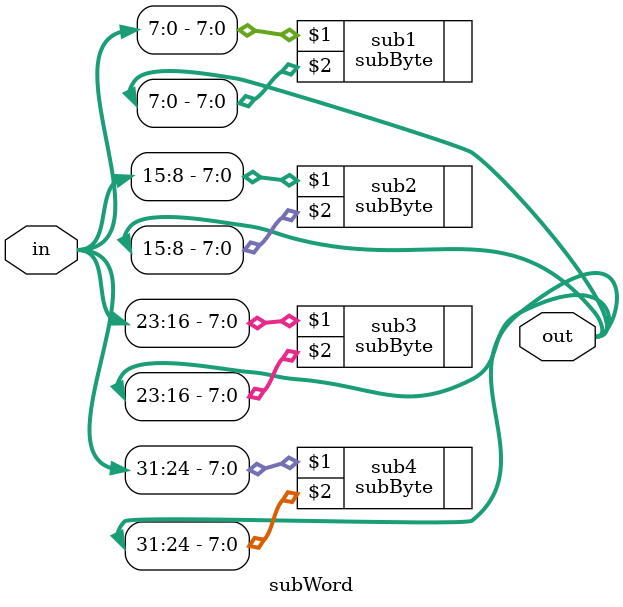
<source format=v>
module subWord(
    input [31:0]in,
    output [31:0]out
);
subByte sub1(in[7:0],out[7:0]);
subByte sub2(in[15:8],out[15:8]);
subByte sub3(in[23:16],out[23:16]);
subByte sub4(in[31:24],out[31:24]);
endmodule
</source>
